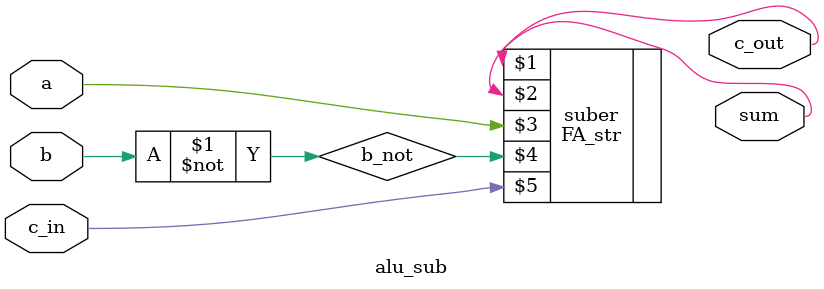
<source format=v>
`timescale 1ns / 1ps
module alu_sub(
   output c_out,
	output sum,
	input a,
	input b,
	input c_in
    );

	wire b_not;
	not notter (b_not, b);
	FA_str suber (c_out, sum, a, b_not, c_in);

endmodule

</source>
